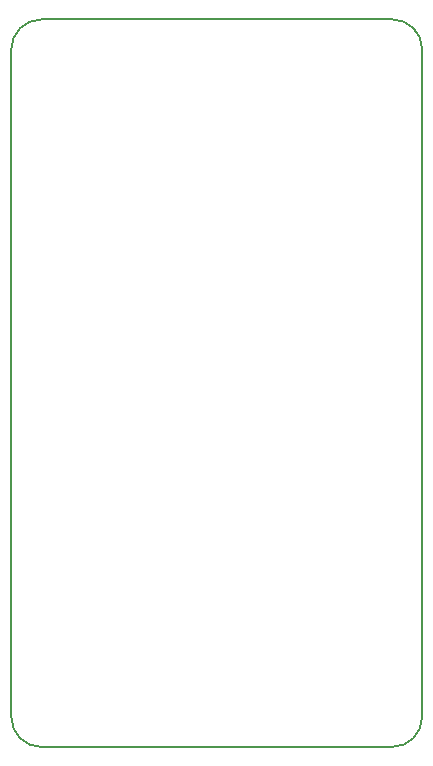
<source format=gm1>
G04 #@! TF.GenerationSoftware,KiCad,Pcbnew,(5.1.2-1)-1*
G04 #@! TF.CreationDate,2019-05-24T16:53:52+02:00*
G04 #@! TF.ProjectId,TriMod CBM Adapter (SMD-Version),5472694d-6f64-4204-9342-4d2041646170,1.1*
G04 #@! TF.SameCoordinates,Original*
G04 #@! TF.FileFunction,Profile,NP*
%FSLAX46Y46*%
G04 Gerber Fmt 4.6, Leading zero omitted, Abs format (unit mm)*
G04 Created by KiCad (PCBNEW (5.1.2-1)-1) date 2019-05-24 16:53:52*
%MOMM*%
%LPD*%
G04 APERTURE LIST*
%ADD10C,0.150000*%
G04 APERTURE END LIST*
D10*
X150495000Y-125095000D02*
G75*
G02X147955000Y-127635000I-2540000J0D01*
G01*
X118237000Y-127635000D02*
G75*
G02X115697000Y-125095000I0J2540000D01*
G01*
X115697000Y-68580000D02*
G75*
G02X118237000Y-66040000I2540000J0D01*
G01*
X147955000Y-66040000D02*
G75*
G02X150495000Y-68580000I0J-2540000D01*
G01*
X115697000Y-125095000D02*
X115697000Y-68580000D01*
X147955000Y-127635000D02*
X118237000Y-127635000D01*
X150495000Y-68580000D02*
X150495000Y-125095000D01*
X118237000Y-66040000D02*
X147955000Y-66040000D01*
M02*

</source>
